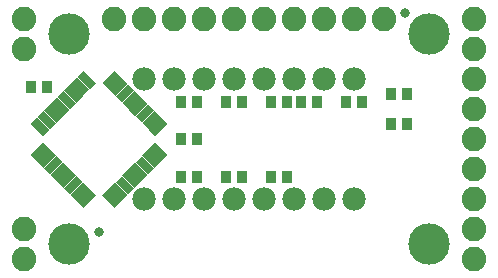
<source format=gbr>
G04 EAGLE Gerber RS-274X export*
G75*
%MOMM*%
%FSLAX34Y34*%
%LPD*%
%INSoldermask Top*%
%IPPOS*%
%AMOC8*
5,1,8,0,0,1.08239X$1,22.5*%
G01*
%ADD10R,1.473200X0.762000*%
%ADD11R,0.762000X1.473200*%
%ADD12R,0.903200X1.103200*%
%ADD13C,1.981200*%
%ADD14C,3.505200*%
%ADD15C,2.082800*%
%ADD16C,0.838200*%


D10*
G36*
X84240Y72050D02*
X94656Y61634D01*
X89268Y56246D01*
X78852Y66662D01*
X84240Y72050D01*
G37*
G36*
X89897Y77707D02*
X100313Y67291D01*
X94925Y61903D01*
X84509Y72319D01*
X89897Y77707D01*
G37*
G36*
X95554Y83363D02*
X105970Y72947D01*
X100582Y67559D01*
X90166Y77975D01*
X95554Y83363D01*
G37*
G36*
X101211Y89020D02*
X111627Y78604D01*
X106239Y73216D01*
X95823Y83632D01*
X101211Y89020D01*
G37*
G36*
X106868Y94677D02*
X117284Y84261D01*
X111896Y78873D01*
X101480Y89289D01*
X106868Y94677D01*
G37*
G36*
X112525Y100334D02*
X122941Y89918D01*
X117553Y84530D01*
X107137Y94946D01*
X112525Y100334D01*
G37*
G36*
X118181Y105991D02*
X128597Y95575D01*
X123209Y90187D01*
X112793Y100603D01*
X118181Y105991D01*
G37*
G36*
X123838Y111648D02*
X134254Y101232D01*
X128866Y95844D01*
X118450Y106260D01*
X123838Y111648D01*
G37*
D11*
G36*
X128866Y132756D02*
X134254Y127368D01*
X123838Y116952D01*
X118450Y122340D01*
X128866Y132756D01*
G37*
G36*
X123209Y138413D02*
X128597Y133025D01*
X118181Y122609D01*
X112793Y127997D01*
X123209Y138413D01*
G37*
G36*
X117553Y144070D02*
X122941Y138682D01*
X112525Y128266D01*
X107137Y133654D01*
X117553Y144070D01*
G37*
G36*
X111896Y149727D02*
X117284Y144339D01*
X106868Y133923D01*
X101480Y139311D01*
X111896Y149727D01*
G37*
G36*
X106239Y155384D02*
X111627Y149996D01*
X101211Y139580D01*
X95823Y144968D01*
X106239Y155384D01*
G37*
G36*
X100582Y161041D02*
X105970Y155653D01*
X95554Y145237D01*
X90166Y150625D01*
X100582Y161041D01*
G37*
G36*
X94925Y166697D02*
X100313Y161309D01*
X89897Y150893D01*
X84509Y156281D01*
X94925Y166697D01*
G37*
G36*
X89268Y172354D02*
X94656Y166966D01*
X84240Y156550D01*
X78852Y161938D01*
X89268Y172354D01*
G37*
D10*
G36*
X63132Y172354D02*
X73548Y161938D01*
X68160Y156550D01*
X57744Y166966D01*
X63132Y172354D01*
G37*
G36*
X57475Y166697D02*
X67891Y156281D01*
X62503Y150893D01*
X52087Y161309D01*
X57475Y166697D01*
G37*
G36*
X51818Y161041D02*
X62234Y150625D01*
X56846Y145237D01*
X46430Y155653D01*
X51818Y161041D01*
G37*
G36*
X46161Y155384D02*
X56577Y144968D01*
X51189Y139580D01*
X40773Y149996D01*
X46161Y155384D01*
G37*
G36*
X40504Y149727D02*
X50920Y139311D01*
X45532Y133923D01*
X35116Y144339D01*
X40504Y149727D01*
G37*
G36*
X34847Y144070D02*
X45263Y133654D01*
X39875Y128266D01*
X29459Y138682D01*
X34847Y144070D01*
G37*
G36*
X29191Y138413D02*
X39607Y127997D01*
X34219Y122609D01*
X23803Y133025D01*
X29191Y138413D01*
G37*
G36*
X23534Y132756D02*
X33950Y122340D01*
X28562Y116952D01*
X18146Y127368D01*
X23534Y132756D01*
G37*
D11*
G36*
X28562Y111648D02*
X33950Y106260D01*
X23534Y95844D01*
X18146Y101232D01*
X28562Y111648D01*
G37*
G36*
X34219Y105991D02*
X39607Y100603D01*
X29191Y90187D01*
X23803Y95575D01*
X34219Y105991D01*
G37*
G36*
X39875Y100334D02*
X45263Y94946D01*
X34847Y84530D01*
X29459Y89918D01*
X39875Y100334D01*
G37*
G36*
X45532Y94677D02*
X50920Y89289D01*
X40504Y78873D01*
X35116Y84261D01*
X45532Y94677D01*
G37*
G36*
X51189Y89020D02*
X56577Y83632D01*
X46161Y73216D01*
X40773Y78604D01*
X51189Y89020D01*
G37*
G36*
X56846Y83363D02*
X62234Y77975D01*
X51818Y67559D01*
X46430Y72947D01*
X56846Y83363D01*
G37*
G36*
X62503Y77707D02*
X67891Y72319D01*
X57475Y61903D01*
X52087Y67291D01*
X62503Y77707D01*
G37*
G36*
X68160Y72050D02*
X73548Y66662D01*
X63132Y56246D01*
X57744Y61634D01*
X68160Y72050D01*
G37*
D12*
X323700Y127000D03*
X336700Y127000D03*
X145900Y114300D03*
X158900Y114300D03*
D13*
X292100Y63500D03*
X266700Y63500D03*
X241300Y63500D03*
X215900Y63500D03*
X190500Y63500D03*
X165100Y63500D03*
X114300Y63500D03*
X139700Y63500D03*
X114300Y165100D03*
X241300Y165100D03*
X215900Y165100D03*
X190500Y165100D03*
X139700Y165100D03*
X165100Y165100D03*
X266700Y165100D03*
X292100Y165100D03*
D12*
X197000Y146050D03*
X184000Y146050D03*
X235100Y146050D03*
X222100Y146050D03*
X298600Y146050D03*
X285600Y146050D03*
X235100Y82550D03*
X222100Y82550D03*
X197000Y82550D03*
X184000Y82550D03*
X158900Y146050D03*
X145900Y146050D03*
X260500Y146050D03*
X247500Y146050D03*
X158900Y82550D03*
X145900Y82550D03*
D14*
X50800Y25400D03*
X50800Y203200D03*
X355600Y25400D03*
X355600Y203200D03*
D15*
X12700Y12700D03*
X12700Y38100D03*
X12700Y215900D03*
X12700Y190500D03*
X393700Y12700D03*
X393700Y38100D03*
X393700Y215900D03*
X393700Y190500D03*
X393700Y63500D03*
X393700Y88900D03*
X393700Y114300D03*
X393700Y139700D03*
X393700Y165100D03*
D12*
X323700Y152400D03*
X336700Y152400D03*
D15*
X317500Y215900D03*
X292100Y215900D03*
X266700Y215900D03*
X241300Y215900D03*
X215900Y215900D03*
X190500Y215900D03*
X165100Y215900D03*
X139700Y215900D03*
X114300Y215900D03*
X88900Y215900D03*
D12*
X18900Y158750D03*
X31900Y158750D03*
D16*
X335280Y220980D03*
X76200Y35560D03*
M02*

</source>
